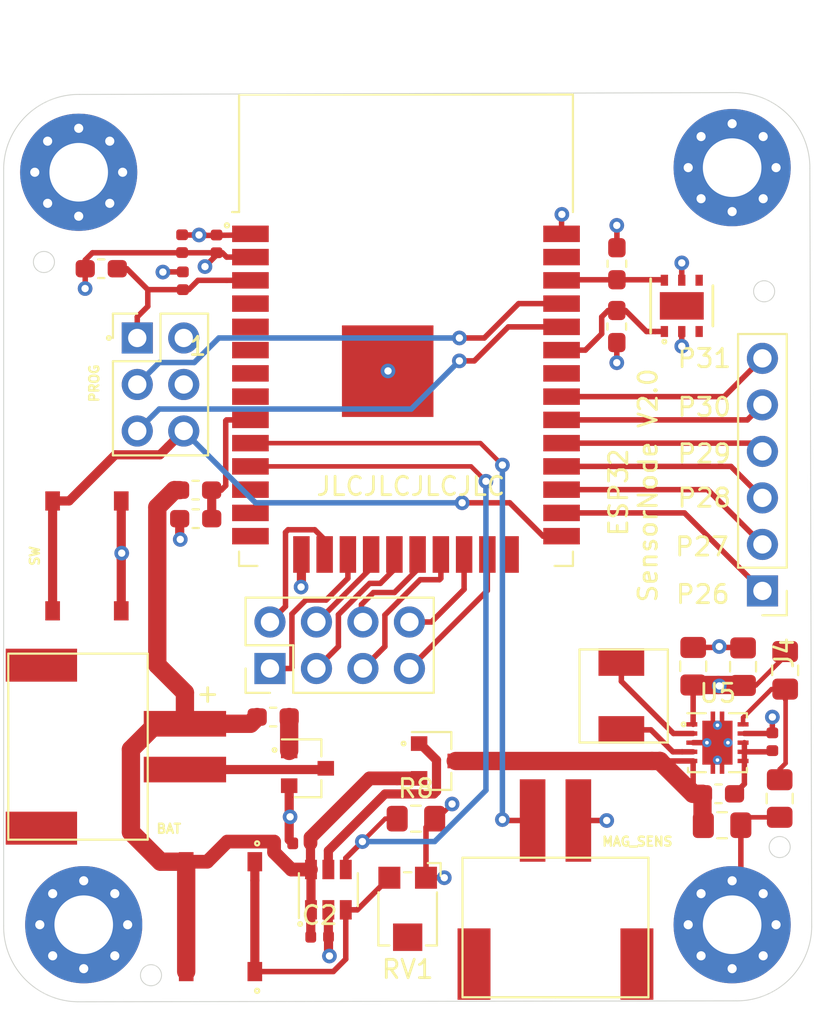
<source format=kicad_pcb>
(kicad_pcb (version 20221018) (generator pcbnew)
  (layers (0 "F.Cu" signal) (1 "In1.Cu" power) (2 "In2.Cu" power) (31 "B.Cu" signal) (34 "B.Paste" user) (35 "F.Paste" user) (36 "B.SilkS" user "B.Silkscreen") (37 "F.SilkS" user "F.Silkscreen") (38 "B.Mask" user) (39 "F.Mask" user) (44 "Edge.Cuts" user))
  (net 0 "")
  (net 1 "GND")
  (net 2 "EN")
  (net 3 "+3V3")
  (net 4 "V_Tim")
  (net 5 "+BATT")
  (net 6 "Net-(J1-Pad2)")
  (net 7 "Mag_Door")
  (net 8 "GPIO0")
  (net 9 "RXD0")
  (net 10 "TXD0")
  (net 11 "Net-(L1-Pad1)")
  (net 12 "Net-(L1-Pad2)")
  (net 13 "Net-(Q1-Pad1)")
  (net 14 "Net-(Q2-Pad1)")
  (net 15 "Voltage_Measure")
  (net 16 "SCL")
  (net 17 "SDA")
  (net 18 "GPIO_Done")
  (net 22 "PIN31")
  (net 23 "PIN30")
  (net 24 "PIN28")
  (net 25 "PIN27")
  (net 26 "PIN29")
  (net 27 "PIN26")
  (net 28 "Net-(C6-Pad1)")
  (net 29 "PIN19")
  (net 30 "PIN20")
  (net 31 "PIN16")
  (net 32 "PIN23")
  (net 33 "PIN18")
  (net 34 "PIN17")
  (net 35 "PIN22")
  (net 36 "PIN21")
  (net 48 "Net-(R12-Pad2)")
  (net 50 "Net-(SW1-Pad1)")
  (footprint "Capacitor_SMD:C_0402_1005Metric" (layer "F.Cu") (at 118.491 74.826 90)
    (fp_text reference "C3" hide)
    (fp_text value "1uF" hide)
  )
  (footprint "MountingHole:MountingHole_3.2mm_M3_Pad_Via" (layer "F.Cu") (at 148.502944 68.647056)
    (fp_text reference "H1" hide)
    (fp_text value "MountingHole_Pad" hide)
  )
  (footprint "MountingHole:MountingHole_3.2mm_M3_Pad_Via" (layer "F.Cu") (at 112.8 68.9)
    (fp_text reference "H2" hide)
    (fp_text value "MountingHole_Pad" hide)
  )
  (footprint "Connector_PinHeader_2.54mm:PinHeader_2x03_P2.54mm_Vertical" (layer "F.Cu") (at 116 77.95)
    (fp_text reference "J3" hide)
    (fp_text value "Programming Header" hide)
  )
  (footprint "Resistor_SMD:R_0603_1608Metric_Pad1.05x0.95mm_HandSolder" (layer "F.Cu") (at 119.188199 86.2584)
    (fp_text reference "R2" hide)
    (fp_text value "27k" hide)
  )
  (footprint "Resistor_SMD:R_0603_1608Metric_Pad1.05x0.95mm_HandSolder" (layer "F.Cu") (at 119.193599 87.817999 180)
    (fp_text reference "R3" hide)
    (fp_text value "100k" hide)
  )
  (footprint "Resistor_SMD:R_0603_1608Metric_Pad1.05x0.95mm_HandSolder" (layer "F.Cu") (at 114.032 74.168)
    (fp_text reference "R4" hide)
    (fp_text value "10k" hide)
  )
  (footprint "Resistor_SMD:R_0603_1608Metric_Pad1.05x0.95mm_HandSolder" (layer "F.Cu") (at 142.206 73.895999 -90)
    (fp_text reference "R10" hide)
    (fp_text value "10k" hide)
  )
  (footprint "Resistor_SMD:R_0603_1608Metric_Pad1.05x0.95mm_HandSolder" (layer "F.Cu") (at 142.2 77.325 90)
    (fp_text reference "R11" hide)
    (fp_text value "10k" hide)
  )
  (footprint "RF_Module:ESP32-WROOM-32" (layer "F.Cu") (at 130.683 80.518)
    (fp_text reference "U1" hide)
    (fp_text value "ESP32-WROOM-32D" hide)
  )
  (footprint "Package_SON:Texas_PWSON-N6" (layer "F.Cu") (at 145.75 76.196 90)
    (fp_text reference "U3" hide)
    (fp_text value "HDC1080" hide)
  )
  (footprint "KiCad_Files:SMD-Pushbutton-SW-4_5.1x5.1x1.5" (layer "F.Cu") (at 113.25 89.85 90)
    (fp_text reference "SW2" hide)
    (fp_text value "SW_Push")
  )
  (footprint "Capacitor_SMD:C_0402_1005Metric" (layer "F.Cu") (at 118.45 72.8 90)
    (fp_text reference "C7" hide)
    (fp_text value "0.1uF" hide)
  )
  (footprint "Capacitor_SMD:C_0402_1005Metric" (layer "F.Cu") (at 120.3325 72.811501 90)
    (fp_text reference "C5" hide)
    (fp_text value "10uF" hide)
  )
  (footprint "Connector_PinHeader_2.54mm:PinHeader_1x06_P2.54mm_Vertical" (layer "F.Cu") (at 150.158 91.763 180)
    (fp_text reference "J4")
    (fp_text value "Extentionpins" hide)
  )
  (footprint "Package_TO_SOT_SMD:SOT-23" (layer "F.Cu") (at 125.3 101.45)
    (fp_text reference "Q1" hide)
    (fp_text value "Si2312" hide)
  )
  (footprint "Resistor_SMD:R_0603_1608Metric_Pad1.05x0.95mm_HandSolder" (layer "F.Cu") (at 123.425 98.65)
    (fp_text reference "R1" hide)
    (fp_text value "10K" hide)
  )
  (footprint "KiCad_Files:JST_2x1_XH_SM4_TB_P2.54mm" (layer "F.Cu") (at 112.762 100.2678 -90)
    (fp_text reference "J1" hide)
    (fp_text value "Batt" hide)
  )
  (footprint "Capacitor_SMD:C_0805_2012Metric_Pad1.15x1.40mm_HandSolder" (layer "F.Cu") (at 149.1 95.9 90)
    (fp_text reference "C9" hide)
    (fp_text value "10uF" hide)
  )
  (footprint "Capacitor_SMD:C_0805_2012Metric_Pad1.15x1.40mm_HandSolder" (layer "F.Cu") (at 146.3752 95.875001 90)
    (fp_text reference "C8" hide)
    (fp_text value "10uF" hide)
  )
  (footprint "KiCad_Files:Inductor_MWSA0402S" (layer "F.Cu") (at 142.45 97.5 90)
    (fp_text reference "L1" hide)
    (fp_text value "2.2uH" hide)
  )
  (footprint "Capacitor_SMD:C_0805_2012Metric_Pad1.15x1.40mm_HandSolder" (layer "F.Cu") (at 147.9537 104.5575)
    (fp_text reference "C4" hide)
    (fp_text value "10uF" hide)
  )
  (footprint "Capacitor_SMD:C_0402_1005Metric" (layer "F.Cu") (at 150.7 100 90)
    (fp_text reference "C6" hide)
    (fp_text value "0.1uF" hide)
  )
  (footprint "Resistor_SMD:R_0603_1608Metric_Pad1.05x0.95mm_HandSolder" (layer "F.Cu") (at 147.7582 102.843)
    (fp_text reference "R9" hide)
    (fp_text value "100" hide)
  )
  (footprint "Capacitor_SMD:C_0402_1005Metric" (layer "F.Cu") (at 125.965 110.65)
    (fp_text reference "C2")
    (fp_text value "0.1uF")
  )
  (footprint "MountingHole:MountingHole_3.2mm_M3_Pad_Via" (layer "F.Cu") (at 113.075001 109.991256)
    (fp_text reference "H4" hide)
    (fp_text value "MountingHole_Pad" hide)
  )
  (footprint "KiCad_Files:JST_2x1_XH_SM4_TB_P2.54mm" (layer "F.Cu") (at 138.85 110.142)
    (fp_text reference "J2" hide)
    (fp_text value "Mag Door" hide)
  )
  (footprint "Package_TO_SOT_SMD:SOT-23" (layer "F.Cu") (at 132.4 101.05)
    (fp_text reference "Q2" hide)
    (fp_text value "DMG3415U" hide)
  )
  (footprint "Package_TO_SOT_SMD:SOT-23-6" (layer "F.Cu") (at 126.4412 108.0776 90)
    (fp_text reference "U2" hide)
    (fp_text value "TPL5110" hide)
  )
  (footprint "MountingHole:MountingHole_3.2mm_M3_Pad_Via" (layer "F.Cu") (at 148.502944 109.991256)
    (fp_text reference "H3" hide)
    (fp_text value "MountingHole_Pad" hide)
  )
  (footprint "KiCad_Files:SMD-Pushbutton-SW-4_5.1x5.1x1.5" (layer "F.Cu") (at 120.5484 109.5508 -90)
    (fp_text reference "SW1" hide)
    (fp_text value "SW_Push" hide)
  )
  (footprint "Capacitor_SMD:C_0402_1005Metric" (layer "F.Cu") (at 124.98 105.55 180)
    (fp_text reference "C1" hide)
    (fp_text value "1uF")
  )
  (footprint "Connector_PinHeader_2.54mm:PinHeader_2x04_P2.54mm_Vertical" (layer "F.Cu") (at 123.25 96 90)
    (fp_text reference "J5" hide)
    (fp_text value "Conn_02x04_Counter_Clockwise" hide)
  )
  (footprint "Resistor_SMD:R_0805_2012Metric_Pad1.15x1.40mm_HandSolder" (layer "F.Cu") (at 131.225001 104.2)
    (fp_text reference "R8")
    (fp_text value "1M" hide)
  )
  (footprint "Resistor_SMD:R_0805_2012Metric_Pad1.15x1.40mm_HandSolder" (layer "F.Cu") (at 151.4 96.1 -90)
    (fp_text reference "R12" hide)
    (fp_text value "1M")
  )
  (footprint "Resistor_SMD:R_0805_2012Metric_Pad1.15x1.40mm_HandSolder" (layer "F.Cu") (at 151.1 103.1 -90)
    (fp_text reference "R13" hide)
    (fp_text value "178k")
  )
  (footprint "Package_SON:Texas_DRC0010J_ThermalVias" (layer "F.Cu") (at 147.7 100.05)
    (fp_text reference "U5")
    (fp_text value "TPS63000")
  )
  (footprint "Potentiometer_SMD:Potentiometer_Bourns_TC33X_Vertical" (layer "F.Cu") (at 130.775 109.225 -90)
    (fp_text reference "RV1")
    (fp_text value "R_Potentiometer")
  )
  (gr_circle (center 145.85 99.05) (end 145.75 99.05) (stroke (width 0.12)) (fill none) (layer "F.SilkS"))
  (gr_circle (center 124.9 109.95) (end 124.9 110.05) (stroke (width 0.12)) (fill none) (layer "F.SilkS"))
  (gr_circle (center 122.55 105.55) (end 122.5 105.45) (stroke (width 0.12)) (fill none) (layer "F.SilkS"))
  (gr_circle (center 122.55 113.6) (end 122.5 113.5) (stroke (width 0.12)) (fill none) (layer "F.SilkS"))
  (gr_circle (center 114.45 77.95) (end 114.45 78.05) (stroke (width 0.12)) (fill none) (layer "F.SilkS"))
  (gr_circle (center 120.9 71.8) (end 120.85 71.7) (stroke (width 0.12)) (fill none) (layer "F.SilkS"))
  (gr_circle (center 130.55 100.1) (end 130.55 100.2) (stroke (width 0.12)) (fill none) (layer "F.SilkS"))
  (gr_circle (center 144.8 78.15) (end 144.8 78.25) (stroke (width 0.12)) (fill none) (layer "F.SilkS"))
  (gr_circle (center 123.5 100.45) (end 123.5 100.55) (stroke (width 0.12)) (fill none) (layer "F.SilkS"))
  (gr_line (start 152.849998 110.1) (end 152.749999 68.699999) (stroke (width 0.05)) (layer "Edge.Cuts"))
  (gr_circle (center 150.25 75.4) (end 150.826 75.4) (stroke (width 0.05)) (fill none) (layer "Edge.Cuts"))
  (gr_circle (center 110.9 73.8) (end 111.476 73.8) (stroke (width 0.05)) (fill none) (layer "Edge.Cuts"))
  (gr_line (start 148.7 114.15) (end 112.75 114.2) (stroke (width 0.05)) (layer "Edge.Cuts"))
  (gr_circle (center 151.1 105.75) (end 151.676 105.75) (stroke (width 0.05)) (fill none) (layer "Edge.Cuts"))
  (gr_circle (center 116.75 112.75) (end 117.326 112.75) (stroke (width 0.05)) (fill none) (layer "Edge.Cuts"))
  (gr_arc (start 108.700002 68.7) (mid 109.936219 65.815507) (end 112.85 64.65) (stroke (width 0.05)) (layer "Edge.Cuts"))
  (gr_arc (start 152.849998 110.1) (mid 151.613781 112.984493) (end 148.7 114.15) (stroke (width 0.05)) (layer "Edge.Cuts"))
  (gr_line (start 108.700002 68.7) (end 108.7 110.05) (stroke (width 0.05)) (layer "Edge.Cuts"))
  (gr_arc (start 148.699999 64.550001) (mid 151.584492 65.786218) (end 152.749999 68.699999) (stroke (width 0.05)) (layer "Edge.Cuts"))
  (gr_arc (start 112.75 114.199998) (mid 109.865507 112.963781) (end 108.7 110.05) (stroke (width 0.05)) (layer "Edge.Cuts"))
  (gr_line (start 148.699999 64.550001) (end 112.85 64.65) (stroke (width 0.05)) (layer "Edge.Cuts"))
  (gr_text "+\n" (at 119.85 97.35) (layer "F.SilkS") (effects (font (size 1 1))))
  (gr_text "ESP32 \nSensorNode V2.0\n" (at 143.1 86 90) (layer "F.SilkS") (effects (font (size 1 1))))
  (gr_text "P26" (at 146.9 91.95) (layer "F.SilkS") (effects (font (size 1 1))))
  (gr_text "P27" (at 146.856 89.35) (layer "F.SilkS") (effects (font (size 1 1))))
  (gr_text "SW" (at 110.4 89.85 90) (layer "F.SilkS") (effects (font (size 0.5 0.5) (thickness 0.125))))
  (gr_text "1" (at 119.3 78.4) (layer "F.SilkS") (effects (font (size 1 1))))
  (gr_text "P28" (at 146.983 86.683) (layer "F.SilkS") (effects (font (size 1 1))))
  (gr_text "BAT\n" (at 117.725 104.75) (layer "F.SilkS") (effects (font (size 0.5 0.5) (thickness 0.125))))
  (gr_text "JLCJLCJLCJLC" (at 130.95 86.05) (layer "F.SilkS") (effects (font (size 1 1))))
  (gr_text "PROG" (at 113.65 80.425 90) (layer "F.SilkS") (effects (font (size 0.5 0.5) (thickness 0.125))))
  (gr_text "MAG_SENS" (at 143.325 105.45) (layer "F.SilkS") (effects (font (size 0.5 0.5) (thickness 0.125))))
  (gr_text "P31" (at 146.983 79.063) (layer "F.SilkS") (effects (font (size 1 1))))
  (gr_text "P30" (at 146.983 81.73) (layer "F.SilkS") (effects (font (size 1 1))))
  (gr_text "P29" (at 146.983 84.27) (layer "F.SilkS") (effects (font (size 1 1))))
  (segment (start 124.968 89.773) (end 124.968 91.532) (width 0.5) (layer "F.Cu") (net 1))
  (segment (start 149.4112 104.125) (end 148.9787 104.5575) (width 0.25) (layer "F.Cu") (net 1))
  (segment (start 124.3 105.355) (end 124.495 105.55) (width 0.5) (layer "F.Cu") (net 1))
  (segment (start 147.799999 94.850001) (end 147.799999 94.800001) (width 0.3) (layer "F.Cu") (net 1))
  (segment (start 151.1 104.125) (end 149.4112 104.125) (width 0.25) (layer "F.Cu") (net 1))
  (segment (start 132.4 104.2) (end 133.2 103.4) (width 0.25) (layer "F.Cu") (net 1))
  (segment (start 131.775 104.675001) (end 132.250001 104.2) (width 0.3) (layer "F.Cu") (net 1))
  (segment (start 115.125 92.85) (end 115.125 90.025) (width 0.5) (layer "F.Cu") (net 1))
  (segment (start 150.7 99.515) (end 150.7 98.65) (width 0.3) (layer "F.Cu") (net 1))
  (segment (start 118.318599 87.817999) (end 118.318599 88.918599) (width 0.5) (layer "F.Cu") (net 1))
  (segment (start 118.491 74.341) (end 117.409 74.341) (width 0.3) (layer "F.Cu") (net 1))
  (segment (start 139.183 71.217) (end 139.2 71.2) (width 0.3) (layer "F.Cu") (net 1))
  (segment (start 117.409 74.341) (end 117.4 74.35) (width 0.3) (layer "F.Cu") (net 1))
  (segment (start 118.4615 72.3265) (end 118.45 72.315) (width 0.3) (layer "F.Cu") (net 1))
  (segment (start 129.687 79.763) (end 129.7 79.75) (width 0.3) (layer "F.Cu") (net 1))
  (segment (start 131.775 107.425) (end 131.775 104.675001) (width 0.3) (layer "F.Cu") (net 1))
  (segment (start 148.9787 104.5575) (end 148.9787 107.1155) (width 0.3) (layer "F.Cu") (net 1))
  (segment (start 124.3 102.4) (end 124.3 104.05) (width 0.5) (layer "F.Cu") (net 1))
  (segment (start 146.3752 94.850001) (end 147.799999 94.850001) (width 0.3) (layer "F.Cu") (net 1))
  (segment (start 115.125 89.725) (end 115.15 89.7) (width 0.5) (layer "F.Cu") (net 1))
  (segment (start 115.125 90.025) (end 115.125 89.725) (width 0.5) (layer "F.Cu") (net 1))
  (segment (start 129.683 79.763) (end 129.687 79.763) (width 0.3) (layer "F.Cu") (net 1))
  (segment (start 119.7265 72.3265) (end 118.4615 72.3265) (width 0.3) (layer "F.Cu") (net 1))
  (segment (start 124.3 104.05) (end 124.35 104.1) (width 0.5) (layer "F.Cu") (net 1))
  (segment (start 126.4412 110.6412) (end 126.45 110.65) (width 0.5) (layer "F.Cu") (net 1))
  (segment (start 131.775 107.425) (end 132.775 107.425) (width 0.3) (layer "F.Cu") (net 1))
  (segment (start 122.1195 72.3265) (end 122.183 72.263) (width 0.3) (layer "F.Cu") (net 1))
  (segment (start 147.799999 94.800001) (end 147.8 94.8) (width 0.3) (layer "F.Cu") (net 1))
  (segment (start 126.45 111.65) (end 126.5 111.7) (width 0.5) (layer "F.Cu") (net 1))
  (segment (start 126.45 110.65) (end 126.45 111.65) (width 0.5) (layer "F.Cu") (net 1))
  (segment (start 126.4412 109.1776) (end 126.4412 110.6412) (width 0.5) (layer "F.Cu") (net 1))
  (segment (start 119.75 72.35) (end 122.1195 72.3265) (width 0.3) (layer "F.Cu") (net 1))
  (segment (start 118.318599 88.918599) (end 118.35 88.95) (width 0.5) (layer "F.Cu") (net 1))
  (segment (start 132.100001 104.2) (end 132.4 104.2) (width 0.25) (layer "F.Cu") (net 1))
  (segment (start 140.1 104.3) (end 141.65 104.3) (width 0.3) (layer "F.Cu") (net 1))
  (segment (start 147.799999 94.850001) (end 149.075001 94.850001) (width 0.3) (layer "F.Cu") (net 1))
  (segment (start 149.075001 94.850001) (end 149.1 94.875) (width 0.3) (layer "F.Cu") (net 1))
  (segment (start 139.183 72.263) (end 139.183 71.217) (width 0.3) (layer "F.Cu") (net 1))
  (segment (start 148.9787 107.1155) (end 148.502944 107.591256) (width 0.3) (layer "F.Cu") (net 1))
  (segment (start 124.3 104.05) (end 124.3 105.355) (width 0.5) (layer "F.Cu") (net 1))
  (segment (start 124.968 91.532) (end 124.95 91.55) (width 0.5) (layer "F.Cu") (net 1))
  (segment (start 150.666 99.549) (end 150.7 99.515) (width 0.3) (layer "F.Cu") (net 1))
  (segment (start 146.3722 100.049) (end 147.7722 100.049) (width 0.3) (layer "F.Cu") (net 1))
  (segment (start 145.75 77.596) (end 145.75 78.4) (width 0.3) (layer "F.Cu") (net 1))
  (segment (start 149.1722 99.549) (end 150.666 99.549) (width 0.3) (layer "F.Cu") (net 1))
  (segment (start 115.125 90.025) (end 115.125 86.85) (width 0.5) (layer "F.Cu") (net 1))
  (segment (start 119.75 72.35) (end 119.7265 72.3265) (width 0.3) (layer "F.Cu") (net 1))
  (via (at 145.75 78.4) (size 0.8) (drill 0.4) (layers "F.Cu" "B.Cu") (net 1))
  (via (at 133.2 103.4) (size 0.8) (drill 0.4) (layers "F.Cu" "B.Cu") (net 1))
  (via (at 139.2 71.2) (size 0.8) (drill 0.4) (layers "F.Cu" "B.Cu") (net 1))
  (via (at 117.4 74.35) (size 0.8) (drill 0.4) (layers "F.Cu" "B.Cu") (net 1))
  (via (at 124.95 91.55) (size 0.8) (drill 0.4) (layers "F.Cu" "B.Cu") (net 1))
  (via (at 150.7 98.65) (size 0.8) (drill 0.4) (layers "F.Cu" "B.Cu") (net 1))
  (via (at 129.7 79.75) (size 0.8) (drill 0.4) (layers "F.Cu" "B.Cu") (net 1))
  (via (at 132.775 107.425) (size 0.8) (drill 0.4) (layers "F.Cu" "B.Cu") (net 1))
  (via (at 147.8 94.8) (size 0.8) (drill 0.4) (layers "F.Cu" "B.Cu") (net 1))
  (via (at 119.375 72.325) (size 0.8) (drill 0.4) (layers "F.Cu" "B.Cu") (net 1))
  (via (at 115.15 89.7) (size 0.8) (drill 0.4) (layers "F.Cu" "B.Cu") (net 1))
  (via (at 118.35 88.95) (size 0.8) (drill 0.4) (layers "F.Cu" "B.Cu") (net 1))
  (via (at 124.35 104.1) (size 0.8) (drill 0.4) (layers "F.Cu" "B.Cu") (net 1))
  (via (at 141.65 104.3) (size 0.8) (drill 0.4) (layers "F.Cu" "B.Cu") (net 1))
  (via (at 126.5 111.7) (size 0.8) (drill 0.4) (layers "F.Cu" "B.Cu") (net 1))
  (segment (start 115.432 74.168) (end 116.575 75.311) (width 0.3) (layer "F.Cu") (net 2))
  (segment (start 116 77.95) (end 116 76.8) (width 0.3) (layer "F.Cu") (net 2))
  (segment (start 120.883 74.803) (end 122.183 74.803) (width 0.3) (layer "F.Cu") (net 2))
  (segment (start 119.319 74.803) (end 120.883 74.803) (width 0.3) (layer "F.Cu") (net 2))
  (segment (start 118.811 75.311) (end 119.319 74.803) (width 0.3) (layer "F.Cu") (net 2))
  (segment (start 116.575 76.225) (end 116.575 75.311) (width 0.3) (layer "F.Cu") (net 2))
  (segment (start 116 76.8) (end 116.575 76.225) (width 0.3) (layer "F.Cu") (net 2))
  (segment (start 118.491 75.311) (end 118.811 75.311) (width 0.3) (layer "F.Cu") (net 2))
  (segment (start 116.575 75.311) (end 118.171 75.311) (width 0.3) (layer "F.Cu") (net 2))
  (segment (start 114.907 74.168) (end 115.432 74.168) (width 0.3) (layer "F.Cu") (net 2))
  (segment (start 118.171 75.311) (end 118.491 75.311) (width 0.3) (layer "F.Cu") (net 2))
  (segment (start 120.3325 73.296501) (end 120.3325 73.4175) (width 0.3) (layer "F.Cu") (net 3))
  (segment (start 113.157 73.693) (end 113.553499 73.296501) (width 0.3) (layer "F.Cu") (net 3))
  (segment (start 113.553499 73.296501) (end 120.646501 73.296501) (width 0.3) (layer "F.Cu") (net 3))
  (segment (start 149.075001 96.900001) (end 149.1 96.925) (width 1) (layer "F.Cu") (net 3))
  (segment (start 149.8 96.925) (end 151.4 95.325) (width 0.25) (layer "F.Cu") (net 3))
  (segment (start 151.4 95.325) (end 151.4 95.075) (width 0.25) (layer "F.Cu") (net 3))
  (segment (start 149.1722 96.9972) (end 149.1 96.925) (width 0.3) (layer "F.Cu") (net 3))
  (segment (start 120.646501 73.296501) (end 120.883 73.533) (width 0.3) (layer "F.Cu") (net 3))
  (segment (start 145.75 74.796) (end 145.75 73.85) (width 0.3) (layer "F.Cu") (net 3))
  (segment (start 149.1 96.925) (end 149.8 96.925) (width 0.25) (layer "F.Cu") (net 3))
  (segment (start 146.3752 96.900001) (end 147.750001 96.900001) (width 1) (layer "F.Cu") (net 3))
  (segment (start 142.206 71.806) (end 142.2 71.8) (width 0.3) (layer "F.Cu") (net 3))
  (segment (start 142.2 78.2) (end 142.2 79.3) (width 0.3) (layer "F.Cu") (net 3))
  (segment (start 113.157 75.243) (end 113.15 75.25) (width 0.3) (layer "F.Cu") (net 3))
  (segment (start 146.3722 99.049) (end 146.3722 96.903001) (width 0.3) (layer "F.Cu") (net 3))
  (segment (start 147.750001 96.900001) (end 149.075001 96.900001) (width 1) (layer "F.Cu") (net 3))
  (segment (start 113.157 74.168) (end 113.157 73.693) (width 0.3) (layer "F.Cu") (net 3))
  (segment (start 113.157 74.168) (end 113.157 75.243) (width 0.3) (layer "F.Cu") (net 3))
  (segment (start 120.3325 73.4175) (end 119.7 74.05) (width 0.3) (layer "F.Cu") (net 3))
  (segment (start 120.883 73.533) (end 122.183 73.533) (width 0.3) (layer "F.Cu") (net 3))
  (segment (start 147.750001 96.900001) (end 147.8 96.95) (width 0.25) (layer "F.Cu") (net 3))
  (segment (start 142.206 73.020999) (end 142.206 71.806) (width 0.3) (layer "F.Cu") (net 3))
  (segment (start 146.3722 96.903001) (end 146.3752 96.900001) (width 0.3) (layer "F.Cu") (net 3))
  (via (at 142.2 79.3) (size 0.8) (drill 0.4) (layers "F.Cu" "B.Cu") (net 3))
  (via (at 113.15 75.25) (size 0.8) (drill 0.4) (layers "F.Cu" "B.Cu") (net 3))
  (via (at 147.8 96.95) (size 0.8) (drill 0.4) (layers "F.Cu" "B.Cu") (net 3))
  (via (at 142.2 71.8) (size 0.8) (drill 0.4) (layers "F.Cu" "B.Cu") (net 3))
  (via (at 145.75 73.85) (size 0.8) (drill 0.4) (layers "F.Cu" "B.Cu") (net 3))
  (via (at 119.7 74.05) (size 0.8) (drill 0.4) (layers "F.Cu" "B.Cu") (net 3))
  (segment (start 146.3722 101.049) (end 144.551 101.049) (width 0.3) (layer "F.Cu") (net 4))
  (segment (start 146.3582 102.843) (end 144.55 101.05) (width 1) (layer "F.Cu") (net 4))
  (segment (start 133.4 101.05) (end 144.1212 101.05) (width 1) (layer "F.Cu") (net 4))
  (segment (start 146.3722 102.332) (end 146.8832 102.843) (width 0.3) (layer "F.Cu") (net 4))
  (segment (start 146.8832 102.843) (end 146.3582 102.843) (width 1) (layer "F.Cu") (net 4))
  (segment (start 146.8832 102.843) (end 146.8832 104.512) (width 1) (layer "F.Cu") (net 4))
  (segment (start 146.3722 101.049) (end 146.3722 102.332) (width 0.3) (layer "F.Cu") (net 4))
  (segment (start 144.551 101.049) (end 144.55 101.05) (width 0.3) (layer "F.Cu") (net 4))
  (segment (start 144.5652 101.05) (end 144.1212 101.05) (width 1) (layer "F.Cu") (net 4))
  (segment (start 144.55 101.05) (end 144.5652 101.05) (width 1) (layer "F.Cu") (net 4))
  (segment (start 146.8832 104.512) (end 146.9287 104.5575) (width 1) (layer "F.Cu") (net 4))
  (segment (start 128.695 102) (end 130.2 102) (width 0.75) (layer "F.Cu") (net 5))
  (segment (start 125.4912 109.1776) (end 125.4912 106.9776) (width 0.5) (layer "F.Cu") (net 5))
  (segment (start 123.47499 105.450799) (end 123.47499 106.03639) (width 0.75) (layer "F.Cu") (net 5))
  (segment (start 118.313199 86.2584) (end 118.027358 86.2584) (width 1) (layer "F.Cu") (net 5))
  (segment (start 115.653999 100.417801) (end 115.653999 104.931399) (width 1) (layer "F.Cu") (net 5))
  (segment (start 119.8234 106.5508) (end 120.923401 105.450799) (width 0.75) (layer "F.Cu") (net 5))
  (segment (start 130.2 102) (end 131.4 102) (width 0.75) (layer "F.Cu") (net 5))
  (segment (start 118.604 99.0178) (end 122.1822 99.0178) (width 1) (layer "F.Cu") (net 5))
  (segment (start 125.48 109.1888) (end 125.4912 109.1776) (width 0.5) (layer "F.Cu") (net 5))
  (segment (start 125.465 105.55) (end 125.465 105.23) (width 0.75) (layer "F.Cu") (net 5))
  (segment (start 117.054 99.0178) (end 115.653999 100.417801) (width 1) (layer "F.Cu") (net 5))
  (segment (start 117.2734 106.5508) (end 118.6734 106.5508) (width 1) (layer "F.Cu") (net 5))
  (segment (start 118.604 99.0178) (end 117.054 99.0178) (width 1) (layer "F.Cu") (net 5))
  (segment (start 117.093589 87.192169) (end 117.093589 95.807389) (width 1) (layer "F.Cu") (net 5))
  (segment (start 124.4162 106.9776) (end 125.4912 106.9776) (width 0.75) (layer "F.Cu") (net 5))
  (segment (start 125.465 105.23) (end 128.695 102) (width 0.75) (layer "F.Cu") (net 5))
  (segment (start 118.604 97.3178) (end 118.604 99.0178) (width 1) (layer "F.Cu") (net 5))
  (segment (start 118.6734 106.5508) (end 119.8234 106.5508) (width 0.75) (layer "F.Cu") (net 5))
  (segment (start 125.465 105.55) (end 125.465 106.9514) (width 0.5) (layer "F.Cu") (net 5))
  (segment (start 125.465 106.9514) (end 125.4912 106.9776) (width 0.5) (layer "F.Cu") (net 5))
  (segment (start 118.027358 86.2584) (end 117.093589 87.192169) (width 1) (layer "F.Cu") (net 5))
  (segment (start 115.653999 104.931399) (end 117.2734 106.5508) (width 1) (layer "F.Cu") (net 5))
  (segment (start 120.923401 105.450799) (end 123.47499 105.450799) (width 0.75) (layer "F.Cu") (net 5))
  (segment (start 122.1822 99.0178) (end 122.55 98.65) (width 1) (layer "F.Cu") (net 5))
  (segment (start 125.48 110.65) (end 125.48 109.1888) (width 0.5) (layer "F.Cu") (net 5))
  (segment (start 123.47499 106.03639) (end 124.4162 106.9776) (width 0.75) (layer "F.Cu") (net 5))
  (segment (start 118.6734 112.5508) (end 118.6734 106.5508) (width 1) (layer "F.Cu") (net 5))
  (segment (start 117.093589 95.807389) (end 118.604 97.3178) (width 1) (layer "F.Cu") (net 5))
  (segment (start 126.2322 101.5178) (end 126.3 101.45) (width 0.5) (layer "F.Cu") (net 6))
  (segment (start 118.604 101.5178) (end 126.2322 101.5178) (width 0.5) (layer "F.Cu") (net 6))
  (segment (start 122.183 83.693) (end 134.753002 83.693) (width 0.25) (layer "F.Cu") (net 7))
  (segment (start 136 104.3) (end 135.95 104.25) (width 0.3) (layer "F.Cu") (net 7))
  (segment (start 137.6 104.3) (end 136 104.3) (width 0.3) (layer "F.Cu") (net 7))
  (segment (start 134.753002 83.693) (end 135.95 84.889998) (width 0.25) (layer "F.Cu") (net 7))
  (via (at 135.95 84.889998) (size 0.8) (drill 0.4) (layers "F.Cu" "B.Cu") (net 7))
  (via (at 135.95 104.25) (size 0.8) (drill 0.4) (layers "F.Cu" "B.Cu") (net 7))
  (segment (start 135.95 104.25) (end 135.95 84.889998) (width 0.3) (layer "B.Cu") (net 7))
  (segment (start 135.95 84.889998) (end 136 84.839998) (width 0.3) (layer "B.Cu") (net 7))
  (segment (start 111.375 92.85) (end 111.375 86.85) (width 0.5) (layer "F.Cu") (net 8))
  (segment (start 138.173 88.773) (end 139.183 88.773) (width 0.3) (layer "F.Cu") (net 8))
  (segment (start 117.690001 83.879999) (end 118.54 83.03) (width 0.5) (layer "F.Cu") (net 8))
  (segment (start 117.239999 84.330001) (end 117.690001 83.879999) (width 0.5) (layer "F.Cu") (net 8))
  (segment (start 114.794999 84.330001) (end 117.239999 84.330001) (width 0.5) (layer "F.Cu") (net 8))
  (segment (start 112.275 86.85) (end 114.794999 84.330001) (width 0.5) (layer "F.Cu") (net 8))
  (segment (start 138.173 88.773) (end 136.35 86.95) (width 0.3) (layer "F.Cu") (net 8))
  (segment (start 111.375 86.85) (end 112.275 86.85) (width 0.5) (layer "F.Cu") (net 8))
  (segment (start 136.35 86.95) (end 133.75 86.95) (width 0.3) (layer "F.Cu") (net 8))
  (via (at 133.75 86.95) (size 0.8) (drill 0.4) (layers "F.Cu" "B.Cu") (net 8))
  (segment (start 122.46 86.95) (end 118.54 83.03) (width 0.3) (layer "B.Cu") (net 8))
  (segment (start 133.75 86.95) (end 122.46 86.95) (width 0.3) (layer "B.Cu") (net 8))
  (segment (start 136.274122 77.343) (end 134.417122 79.2) (width 0.3) (layer "F.Cu") (net 9))
  (segment (start 139.183 77.343) (end 136.274122 77.343) (width 0.3) (layer "F.Cu") (net 9))
  (segment (start 134.417122 79.2) (end 133.6 79.2) (width 0.3) (layer "F.Cu") (net 9))
  (via (at 133.6 79.2) (size 0.8) (drill 0.4) (layers "F.Cu" "B.Cu") (net 9))
  (segment (start 133.6 79.2) (end 130.970001 81.829999) (width 0.3) (layer "B.Cu") (net 9))
  (segment (start 116.849999 82.180001) (end 116 83.03) (width 0.3) (layer "B.Cu") (net 9))
  (segment (start 130.970001 81.829999) (end 117.200001 81.829999) (width 0.3) (layer "B.Cu") (net 9))
  (segment (start 117.200001 81.829999) (end 116.849999 82.180001) (width 0.3) (layer "B.Cu") (net 9))
  (segment (start 139.183 76.073) (end 136.837002 76.073) (width 0.3) (layer "F.Cu") (net 10))
  (segment (start 134.960002 77.95) (end 133.6 77.95) (width 0.3) (layer "F.Cu") (net 10))
  (segment (start 136.837002 76.073) (end 134.960002 77.95) (width 0.3) (layer "F.Cu") (net 10))
  (via (at 133.6 77.95) (size 0.8) (drill 0.4) (layers "F.Cu" "B.Cu") (net 10))
  (segment (start 119.116001 79.289999) (end 117.200001 79.289999) (width 0.3) (layer "B.Cu") (net 10))
  (segment (start 117.200001 79.289999) (end 116.849999 79.640001) (width 0.3) (layer "B.Cu") (net 10))
  (segment (start 133.6 77.95) (end 120.456 77.95) (width 0.3) (layer "B.Cu") (net 10))
  (segment (start 116.849999 79.640001) (end 116 80.49) (width 0.3) (layer "B.Cu") (net 10))
  (segment (start 120.456 77.95) (end 119.116001 79.289999) (width 0.3) (layer "B.Cu") (net 10))
  (segment (start 144.067295 99.35) (end 145.266295 100.549) (width 0.3) (layer "F.Cu") (net 11))
  (segment (start 142.45 99.35) (end 144.067295 99.35) (width 0.3) (layer "F.Cu") (net 11))
  (segment (start 145.266295 100.549) (end 145.7722 100.549) (width 0.3) (layer "F.Cu") (net 11))
  (segment (start 145.7722 100.549) (end 146.3722 100.549) (width 0.3) (layer "F.Cu") (net 11))
  (segment (start 142.45 96.7) (end 142.45 95.65) (width 0.3) (layer "F.Cu") (net 12))
  (segment (start 145.299 99.549) (end 142.45 96.7) (width 0.3) (layer "F.Cu") (net 12))
  (segment (start 146.3722 99.549) (end 145.299 99.549) (width 0.3) (layer "F.Cu") (net 12))
  (segment (start 124.3 98.65) (end 124.3 100.5) (width 1) (layer "F.Cu") (net 13))
  (segment (start 126.4412 105.9476) (end 129.538799 102.850001) (width 0.5) (layer "F.Cu") (net 14))
  (segment (start 131.45 100.1) (end 131.4 100.1) (width 0.5) (layer "F.Cu") (net 14))
  (segment (start 132.35 101) (end 131.45 100.1) (width 0.5) (layer "F.Cu") (net 14))
  (segment (start 132.210001 102.850001) (end 132.35 102.710002) (width 0.5) (layer "F.Cu") (net 14))
  (segment (start 132.35 102.710002) (end 132.35 101) (width 0.5) (layer "F.Cu") (net 14))
  (segment (start 129.538799 102.850001) (end 132.210001 102.850001) (width 0.5) (layer "F.Cu") (net 14))
  (segment (start 126.4412 106.9776) (end 126.4412 105.9476) (width 0.5) (layer "F.Cu") (net 14))
  (segment (start 120.832999 82.473001) (end 120.883 82.423) (width 0.3) (layer "F.Cu") (net 15))
  (segment (start 120.883 82.423) (end 122.183 82.423) (width 0.3) (layer "F.Cu") (net 15))
  (segment (start 120.068599 86.2638) (end 120.063199 86.2584) (width 0.5) (layer "F.Cu") (net 15))
  (segment (start 120.063199 86.2584) (end 120.588199 86.2584) (width 0.3) (layer "F.Cu") (net 15))
  (segment (start 120.832999 86.0136) (end 120.832999 82.473001) (width 0.3) (layer "F.Cu") (net 15))
  (segment (start 120.068599 87.817999) (end 120.068599 86.2638) (width 0.5) (layer "F.Cu") (net 15))
  (segment (start 120.588199 86.2584) (end 120.832999 86.0136) (width 0.3) (layer "F.Cu") (net 15))
  (segment (start 142.206 74.770999) (end 144.774999 74.770999) (width 0.3) (layer "F.Cu") (net 16))
  (segment (start 144.774999 74.770999) (end 144.8 74.796) (width 0.3) (layer "F.Cu") (net 16))
  (segment (start 142.206 74.770999) (end 139.215001 74.770999) (width 0.3) (layer "F.Cu") (net 16))
  (segment (start 139.215001 74.770999) (end 139.183 74.803) (width 0.3) (layer "F.Cu") (net 16))
  (segment (start 142.2 76.45) (end 142.675 76.45) (width 0.3) (layer "F.Cu") (net 17))
  (segment (start 142.675 76.45) (end 143.821 77.596) (width 0.3) (layer "F.Cu") (net 17))
  (segment (start 139.183 78.613) (end 140.483 78.613) (width 0.3) (layer "F.Cu") (net 17))
  (segment (start 141.725 76.45) (end 142.2 76.45) (width 0.3) (layer "F.Cu") (net 17))
  (segment (start 141.37499 77.72101) (end 141.37499 76.80001) (width 0.3) (layer "F.Cu") (net 17))
  (segment (start 140.483 78.613) (end 141.37499 77.72101) (width 0.3) (layer "F.Cu") (net 17))
  (segment (start 144.3 77.596) (end 144.8 77.596) (width 0.3) (layer "F.Cu") (net 17))
  (segment (start 143.821 77.596) (end 144.3 77.596) (width 0.3) (layer "F.Cu") (net 17))
  (segment (start 141.37499 76.80001) (end 141.725 76.45) (width 0.3) (layer "F.Cu") (net 17))
  (segment (start 127.4136 107) (end 127.3912 106.9776) (width 0.5) (layer "F.Cu") (net 18))
  (segment (start 130.350001 104.2) (end 129.55 104.2) (width 0.25) (layer "F.Cu") (net 18))
  (segment (start 127.3912 106.9776) (end 127.3912 106.3588) (width 0.3) (layer "F.Cu") (net 18))
  (segment (start 129.55 104.2) (end 128.3 105.45) (width 0.25) (layer "F.Cu") (net 18))
  (segment (start 127.3912 106.3588) (end 128.3 105.45) (width 0.3) (layer "F.Cu") (net 18))
  (segment (start 122.183 84.963) (end 134.238 84.963) (width 0.25) (layer "F.Cu") (net 18))
  (segment (start 129.55 104.2) (end 130.200001 104.2) (width 0.25) (layer "F.Cu") (net 18))
  (segment (start 134.238 84.963) (end 135.05 85.775) (width 0.25) (layer "F.Cu") (net 18))
  (via (at 128.3 105.45) (size 0.8) (drill 0.4) (layers "F.Cu" "B.Cu") (net 18))
  (via (at 135.05 85.775) (size 0.8) (drill 0.4) (layers "F.Cu" "B.Cu") (net 18))
  (segment (start 132.25 105.45) (end 135.05 102.65) (width 0.3) (layer "B.Cu") (net 18))
  (segment (start 135.05 102.65) (end 135.05 85.775) (width 0.3) (layer "B.Cu") (net 18))
  (segment (start 128.3 105.45) (end 132.25 105.45) (width 0.3) (layer "B.Cu") (net 18))
  (segment (start 139.183 81.153) (end 148.068 81.153) (width 0.3) (layer "F.Cu") (net 22))
  (segment (start 148.068 81.153) (end 150.158 79.063) (width 0.3) (layer "F.Cu") (net 22))
  (segment (start 139.183 82.423) (end 149.338 82.423) (width 0.3) (layer "F.Cu") (net 23))
  (segment (start 149.338 82.423) (end 150.158 81.603) (width 0.3) (layer "F.Cu") (net 23))
  (segment (start 139.183 84.963) (end 148.438 84.963) (width 0.3) (layer "F.Cu") (net 24))
  (segment (start 148.438 84.963) (end 150.158 86.683) (width 0.3) (layer "F.Cu") (net 24))
  (segment (start 147.168 86.233) (end 150.158 89.223) (width 0.3) (layer "F.Cu") (net 25))
  (segment (start 139.183 86.233) (end 147.168 86.233) (width 0.3) (layer "F.Cu") (net 25))
  (segment (start 139.183 83.693) (end 149.708 83.693) (width 0.3) (layer "F.Cu") (net 26))
  (segment (start 149.708 83.693) (end 150.158 84.143) (width 0.3) (layer "F.Cu") (net 26))
  (segment (start 139.183 87.503) (end 145.898 87.503) (width 0.3) (layer "F.Cu") (net 27))
  (segment (start 145.898 87.503) (end 150.158 91.763) (width 0.3) (layer "F.Cu") (net 27))
  (segment (start 149.1722 102.304) (end 149.1722 101.049) (width 0.3) (layer "F.Cu") (net 28))
  (segment (start 149.1722 100.049) (end 149.1722 101.049) (width 0.3) (layer "F.Cu") (net 28))
  (segment (start 149.1722 100.549) (end 150.636 100.549) (width 0.3) (layer "F.Cu") (net 28))
  (segment (start 148.6332 102.843) (end 149.1722 102.304) (width 0.3) (layer "F.Cu") (net 28))
  (segment (start 150.636 100.549) (end 150.7 100.485) (width 0.3) (layer "F.Cu") (net 28))
  (segment (start 126.990001 93.059999) (end 126.990001 94.799999) (width 0.3) (layer "F.Cu") (net 29))
  (segment (start 126.990001 94.799999) (end 126.639999 95.150001) (width 0.3) (layer "F.Cu") (net 29))
  (segment (start 130.048 89.773) (end 130.048 90.583002) (width 0.3) (layer "F.Cu") (net 29))
  (segment (start 130.048 90.583002) (end 129.281002 91.35) (width 0.3) (layer "F.Cu") (net 29))
  (segment (start 129.281002 91.35) (end 128.7 91.35) (width 0.3) (layer "F.Cu") (net 29))
  (segment (start 128.7 91.35) (end 126.990001 93.059999) (width 0.3) (layer "F.Cu") (net 29))
  (segment (start 126.639999 95.150001) (end 125.79 96) (width 0.3) (layer "F.Cu") (net 29))
  (segment (start 128.907112 91.850008) (end 128.25 92.50712) (width 0.3) (layer "F.Cu") (net 30))
  (segment (start 131.318 90.583002) (end 130.050994 91.850008) (width 0.3) (layer "F.Cu") (net 30))
  (segment (start 128.25 93.38) (end 128.33 93.46) (width 0.3) (layer "F.Cu") (net 30))
  (segment (start 128.25 92.50712) (end 128.25 93.38) (width 0.3) (layer "F.Cu") (net 30))
  (segment (start 131.318 89.773) (end 131.318 90.583002) (width 0.3) (layer "F.Cu") (net 30))
  (segment (start 130.050994 91.850008) (end 128.907112 91.850008) (width 0.3) (layer "F.Cu") (net 30))
  (segment (start 124.099999 88.560999) (end 124.099999 92.610001) (width 0.3) (layer "F.Cu") (net 31))
  (segment (start 126.238 88.962998) (end 125.698001 88.422999) (width 0.3) (layer "F.Cu") (net 31))
  (segment (start 125.698001 88.422999) (end 124.237999 88.422999) (width 0.3) (layer "F.Cu") (net 31))
  (segment (start 124.099999 92.610001) (end 123.25 93.46) (width 0.3) (layer "F.Cu") (net 31))
  (segment (start 126.238 89.773) (end 126.238 88.962998) (width 0.3) (layer "F.Cu") (net 31))
  (segment (start 124.237999 88.422999) (end 124.099999 88.560999) (width 0.3) (layer "F.Cu") (net 31))
  (segment (start 135.128 91.742) (end 130.87 96) (width 0.3) (layer "F.Cu") (net 32))
  (segment (start 135.128 89.773) (end 135.128 91.742) (width 0.3) (layer "F.Cu") (net 32))
  (segment (start 125.82812 93.46) (end 125.79 93.46) (width 0.3) (layer "F.Cu") (net 33))
  (segment (start 128.778 89.773) (end 128.778 90.51012) (width 0.3) (layer "F.Cu") (net 33))
  (segment (start 128.778 90.51012) (end 125.82812 93.46) (width 0.3) (layer "F.Cu") (net 33))
  (segment (start 127.508 89.773) (end 127.508 91.073) (width 0.3) (layer "F.Cu") (net 34))
  (segment (start 124.450001 93.023997) (end 124.450001 95.949999) (width 0.3) (layer "F.Cu") (net 34))
  (segment (start 124.4 96) (end 123.25 96) (width 0.3) (layer "F.Cu") (net 34))
  (segment (start 125.213999 92.259999) (end 124.450001 93.023997) (width 0.3) (layer "F.Cu") (net 34))
  (segment (start 124.450001 95.949999) (end 124.4 96) (width 0.3) (layer "F.Cu") (net 34))
  (segment (start 127.508 91.073) (end 126.321001 92.259999) (width 0.3) (layer "F.Cu") (net 34))
  (segment (start 126.321001 92.259999) (end 125.213999 92.259999) (width 0.3) (layer "F.Cu") (net 34))
  (segment (start 133.858 91.674081) (end 132.072081 93.46) (width 0.3) (layer "F.Cu") (net 35))
  (segment (start 133.858 89.773) (end 133.858 91.674081) (width 0.3) (layer "F.Cu") (net 35))
  (segment (start 132.072081 93.46) (end 130.87 93.46) (width 0.3) (layer "F.Cu") (net 35))
  (segment (start 129.530001 93.078121) (end 129.530001 94.799999) (width 0.3) (layer "F.Cu") (net 36))
  (segment (start 132.511 91.15) (end 131.458122 91.15) (width 0.3) (layer "F.Cu") (net 36))
  (segment (start 131.458122 91.15) (end 129.530001 93.078121) (width 0.3) (layer "F.Cu") (net 36))
  (segment (start 129.530001 94.799999) (end 129.179999 95.150001) (width 0.3) (layer "F.Cu") (net 36))
  (segment (start 129.179999 95.150001) (end 128.33 96) (width 0.3) (layer "F.Cu") (net 36))
  (segment (start 132.588 89.773) (end 132.588 91.073) (width 0.3) (layer "F.Cu") (net 36))
  (segment (start 132.588 91.073) (end 132.511 91.15) (width 0.3) (layer "F.Cu") (net 36))
  (segment (start 151.425001 97.725001) (end 151.4 97.7) (width 0.25) (layer "F.Cu") (net 48))
  (segment (start 151.1 101.5) (end 151.425001 101.174999) (width 0.25) (layer "F.Cu") (net 48))
  (segment (start 150.655 97.125) (end 150.7 97.125) (width 0.25) (layer "F.Cu") (net 48))
  (segment (start 150.7 97.125) (end 151.4 97.125) (width 0.25) (layer "F.Cu") (net 48))
  (segment (start 149.1 98.68) (end 150.655 97.125) (width 0.25) (layer "F.Cu") (net 48))
  (segment (start 151.1 102.075) (end 151.1 101.5) (width 0.25) (layer "F.Cu") (net 48))
  (segment (start 149.1 99.05) (end 149.1 98.68) (width 0.25) (layer "F.Cu") (net 48))
  (segment (start 151.425001 101.174999) (end 151.425001 97.725001) (width 0.25) (layer "F.Cu") (net 48))
  (segment (start 151.4 97.7) (end 151.4 97.125) (width 0.25) (layer "F.Cu") (net 48))
  (segment (start 127.3912 111.869461) (end 126.709861 112.5508) (width 0.3) (layer "F.Cu") (net 50))
  (segment (start 122.4234 107.5758) (end 122.4234 112.5508) (width 0.5) (layer "F.Cu") (net 50))
  (segment (start 122.4234 106.5508) (end 122.4234 107.5758) (width 0.5) (layer "F.Cu") (net 50))
  (segment (start 128.0224 109.1776) (end 127.3912 109.1776) (width 0.3) (layer "F.Cu") (net 50))
  (segment (start 126.709861 112.5508) (end 122.4234 112.5508) (width 0.3) (layer "F.Cu") (net 50))
  (segment (start 129.775 107.425) (end 128.0224 109.1776) (width 0.3) (layer "F.Cu") (net 50))
  (segment (start 127.3912 109.1776) (end 127.3912 111.869461) (width 0.3) (layer "F.Cu") (net 50))
)
</source>
